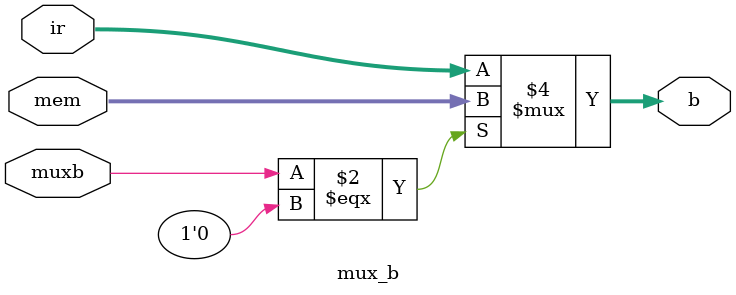
<source format=v>
module mux_b(
	     muxb,
	     mem,
	     ir,
	     b);
   
   input wire muxb;
   input wire [7:0] mem;
   input wire [7:0] ir;
   
   output reg [7:0] b;
   
   always @(*)
     begin
	if(muxb === 1'b0)
	  begin
	     b <= mem;
	  end
	else
	  begin
	     b <= ir;
	  end
     end // always @ (*)

endmodule // mux_b



</source>
